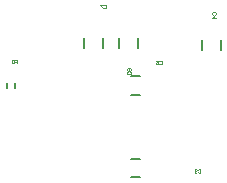
<source format=gbo>
G04 Layer_Color=32896*
%FSLAX44Y44*%
%MOMM*%
G71*
G01*
G75*
%ADD25C,0.1000*%
%ADD28C,0.2000*%
D25*
X1544922Y1028568D02*
Y1031567D01*
X1543423D01*
X1542923Y1031067D01*
Y1030068D01*
X1543423Y1029568D01*
X1544922D01*
X1543922D02*
X1542923Y1028568D01*
X1541923D02*
X1540923D01*
X1541423D01*
Y1031567D01*
X1541923Y1031067D01*
X1641229Y1021359D02*
X1641729Y1020860D01*
Y1019860D01*
X1641229Y1019360D01*
X1639230D01*
X1638730Y1019860D01*
Y1020860D01*
X1639230Y1021359D01*
X1641229Y1022359D02*
X1641729Y1022859D01*
Y1023858D01*
X1641229Y1024358D01*
X1640729D01*
X1640229Y1023858D01*
X1639730Y1024358D01*
X1639230D01*
X1638730Y1023858D01*
Y1022859D01*
X1639230Y1022359D01*
X1639730D01*
X1640229Y1022859D01*
X1640729Y1022359D01*
X1641229D01*
X1640229Y1022859D02*
Y1023858D01*
X1618869Y1077681D02*
X1619368Y1078181D01*
X1620368D01*
X1620868Y1077681D01*
Y1075682D01*
X1620368Y1075182D01*
X1619368D01*
X1618869Y1075682D01*
X1617869Y1078181D02*
X1615870D01*
Y1077681D01*
X1617869Y1075682D01*
Y1075182D01*
X1665915Y1030211D02*
X1666414Y1030711D01*
X1667414D01*
X1667914Y1030211D01*
Y1028212D01*
X1667414Y1027712D01*
X1666414D01*
X1665915Y1028212D01*
X1662916Y1030711D02*
X1664915D01*
Y1029212D01*
X1663915Y1029711D01*
X1663416D01*
X1662916Y1029212D01*
Y1028212D01*
X1663416Y1027712D01*
X1664415D01*
X1664915Y1028212D01*
X1711311Y1069911D02*
X1710811Y1070411D01*
Y1071410D01*
X1711311Y1071910D01*
X1713310D01*
X1713810Y1071410D01*
Y1070411D01*
X1713310Y1069911D01*
X1713810Y1067411D02*
X1710811D01*
X1712310Y1068911D01*
Y1066912D01*
X1698641Y938689D02*
X1699140Y939189D01*
X1700140D01*
X1700640Y938689D01*
Y936690D01*
X1700140Y936190D01*
X1699140D01*
X1698641Y936690D01*
X1697641Y938689D02*
X1697141Y939189D01*
X1696142D01*
X1695642Y938689D01*
Y938189D01*
X1696142Y937690D01*
X1696641D01*
X1696142D01*
X1695642Y937190D01*
Y936690D01*
X1696142Y936190D01*
X1697141D01*
X1697641Y936690D01*
D28*
X1543500Y1008000D02*
Y1012000D01*
X1536500Y1008000D02*
Y1012000D01*
X1632000Y1041750D02*
Y1049750D01*
X1648000Y1041750D02*
Y1049750D01*
X1602000Y1041750D02*
Y1049750D01*
X1618000Y1041750D02*
Y1049750D01*
X1641750Y1018000D02*
X1649750D01*
X1641750Y1002000D02*
X1649750D01*
X1718000Y1040250D02*
Y1048250D01*
X1702000Y1040250D02*
Y1048250D01*
X1641750Y948000D02*
X1649750D01*
X1641750Y932000D02*
X1649750D01*
M02*

</source>
